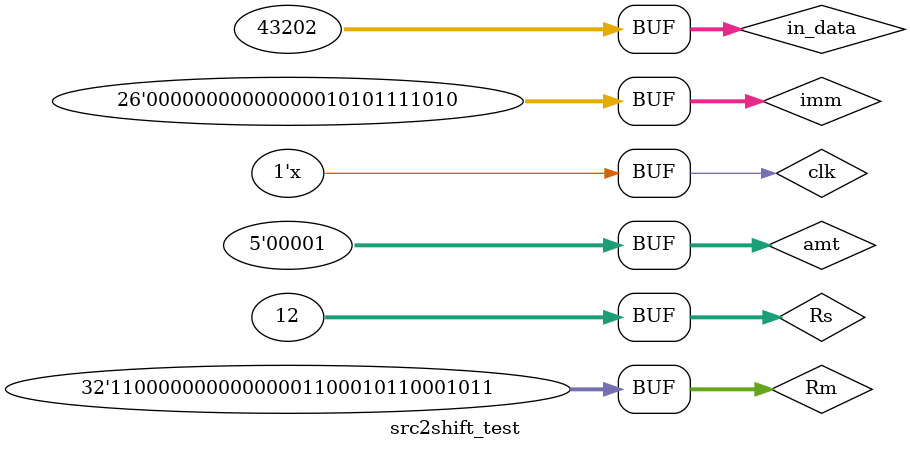
<source format=sv>
module src2shift_test();

logic clk;
logic [31:0] in_data, out_data;
logic [4:0] amt;
logic [31:0] Rs, Rm, src2;
logic [25:0] imm;

rot_right rot_right_tst(in_data, amt, out_data);
src2shift src2shift_tst(Rs, Rm, imm, src2);

always begin 
 #1 clk = ~clk;
end

initial begin
	clk = 0;
	in_data = 32'hF0F0;
	amt = 3;
	imm = 0;
	Rs = 32'h000C;
	Rm = 32'hC58A;
	
	#6 amt = 5;
	#6 in_data = 32'hA8C2;
	#6 amt = 31;
	#6 amt = 32;
	#6 amt = 33;
	
	#50 imm[25] = 1;
	    imm[11:0] = 12'b001011010110;
		 
	#10 imm[25] = 0;
	#5  imm[11:0] = 12'b010100001010;
	#5  imm[11:0] = 12'b010100101010;
	#5  imm[11:0] = 12'b010101001010;
	#5  imm[11:0] = 12'b010101101010;
	
	#10 imm[25] = 0; Rm = 32'hC000C58B;
	#5  imm[11:0] = 12'b010100011010;
	#5  imm[11:0] = 12'b010100111010;
	#5  imm[11:0] = 12'b010101011010;
	#5  imm[11:0] = 12'b010101111010;
	
	
	
end

endmodule
</source>
